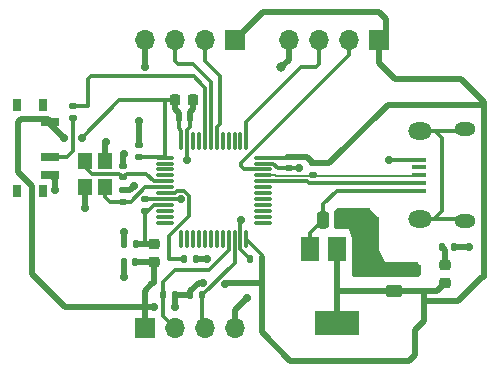
<source format=gbr>
%TF.GenerationSoftware,KiCad,Pcbnew,7.0.9*%
%TF.CreationDate,2024-01-02T09:41:28+05:30*%
%TF.ProjectId,STM32F103C8T6,53544d33-3246-4313-9033-433854362e6b,rev?*%
%TF.SameCoordinates,Original*%
%TF.FileFunction,Copper,L1,Top*%
%TF.FilePolarity,Positive*%
%FSLAX46Y46*%
G04 Gerber Fmt 4.6, Leading zero omitted, Abs format (unit mm)*
G04 Created by KiCad (PCBNEW 7.0.9) date 2024-01-02 09:41:28*
%MOMM*%
%LPD*%
G01*
G04 APERTURE LIST*
G04 Aperture macros list*
%AMRoundRect*
0 Rectangle with rounded corners*
0 $1 Rounding radius*
0 $2 $3 $4 $5 $6 $7 $8 $9 X,Y pos of 4 corners*
0 Add a 4 corners polygon primitive as box body*
4,1,4,$2,$3,$4,$5,$6,$7,$8,$9,$2,$3,0*
0 Add four circle primitives for the rounded corners*
1,1,$1+$1,$2,$3*
1,1,$1+$1,$4,$5*
1,1,$1+$1,$6,$7*
1,1,$1+$1,$8,$9*
0 Add four rect primitives between the rounded corners*
20,1,$1+$1,$2,$3,$4,$5,0*
20,1,$1+$1,$4,$5,$6,$7,0*
20,1,$1+$1,$6,$7,$8,$9,0*
20,1,$1+$1,$8,$9,$2,$3,0*%
G04 Aperture macros list end*
%TA.AperFunction,SMDPad,CuDef*%
%ADD10RoundRect,0.135000X0.135000X0.185000X-0.135000X0.185000X-0.135000X-0.185000X0.135000X-0.185000X0*%
%TD*%
%TA.AperFunction,SMDPad,CuDef*%
%ADD11RoundRect,0.250000X0.475000X-0.250000X0.475000X0.250000X-0.475000X0.250000X-0.475000X-0.250000X0*%
%TD*%
%TA.AperFunction,SMDPad,CuDef*%
%ADD12RoundRect,0.140000X0.140000X0.170000X-0.140000X0.170000X-0.140000X-0.170000X0.140000X-0.170000X0*%
%TD*%
%TA.AperFunction,SMDPad,CuDef*%
%ADD13RoundRect,0.140000X-0.140000X-0.170000X0.140000X-0.170000X0.140000X0.170000X-0.140000X0.170000X0*%
%TD*%
%TA.AperFunction,SMDPad,CuDef*%
%ADD14RoundRect,0.135000X-0.135000X-0.185000X0.135000X-0.185000X0.135000X0.185000X-0.135000X0.185000X0*%
%TD*%
%TA.AperFunction,SMDPad,CuDef*%
%ADD15RoundRect,0.140000X0.170000X-0.140000X0.170000X0.140000X-0.170000X0.140000X-0.170000X-0.140000X0*%
%TD*%
%TA.AperFunction,SMDPad,CuDef*%
%ADD16RoundRect,0.218750X-0.256250X0.218750X-0.256250X-0.218750X0.256250X-0.218750X0.256250X0.218750X0*%
%TD*%
%TA.AperFunction,SMDPad,CuDef*%
%ADD17RoundRect,0.250000X-0.250000X-0.475000X0.250000X-0.475000X0.250000X0.475000X-0.250000X0.475000X0*%
%TD*%
%TA.AperFunction,SMDPad,CuDef*%
%ADD18RoundRect,0.135000X-0.185000X0.135000X-0.185000X-0.135000X0.185000X-0.135000X0.185000X0.135000X0*%
%TD*%
%TA.AperFunction,ComponentPad*%
%ADD19R,1.700000X1.700000*%
%TD*%
%TA.AperFunction,ComponentPad*%
%ADD20O,1.700000X1.700000*%
%TD*%
%TA.AperFunction,SMDPad,CuDef*%
%ADD21R,1.500000X2.000000*%
%TD*%
%TA.AperFunction,SMDPad,CuDef*%
%ADD22R,3.800000X2.000000*%
%TD*%
%TA.AperFunction,SMDPad,CuDef*%
%ADD23R,1.300000X0.450000*%
%TD*%
%TA.AperFunction,ComponentPad*%
%ADD24O,1.800000X1.150000*%
%TD*%
%TA.AperFunction,ComponentPad*%
%ADD25O,2.000000X1.450000*%
%TD*%
%TA.AperFunction,SMDPad,CuDef*%
%ADD26R,0.800000X1.000000*%
%TD*%
%TA.AperFunction,SMDPad,CuDef*%
%ADD27R,1.500000X0.700000*%
%TD*%
%TA.AperFunction,SMDPad,CuDef*%
%ADD28R,1.200000X1.400000*%
%TD*%
%TA.AperFunction,SMDPad,CuDef*%
%ADD29RoundRect,0.140000X-0.170000X0.140000X-0.170000X-0.140000X0.170000X-0.140000X0.170000X0.140000X0*%
%TD*%
%TA.AperFunction,SMDPad,CuDef*%
%ADD30RoundRect,0.075000X-0.662500X-0.075000X0.662500X-0.075000X0.662500X0.075000X-0.662500X0.075000X0*%
%TD*%
%TA.AperFunction,SMDPad,CuDef*%
%ADD31RoundRect,0.075000X-0.075000X-0.662500X0.075000X-0.662500X0.075000X0.662500X-0.075000X0.662500X0*%
%TD*%
%TA.AperFunction,SMDPad,CuDef*%
%ADD32RoundRect,0.135000X0.185000X-0.135000X0.185000X0.135000X-0.185000X0.135000X-0.185000X-0.135000X0*%
%TD*%
%TA.AperFunction,SMDPad,CuDef*%
%ADD33RoundRect,0.225000X-0.225000X-0.250000X0.225000X-0.250000X0.225000X0.250000X-0.225000X0.250000X0*%
%TD*%
%TA.AperFunction,ViaPad*%
%ADD34C,0.800000*%
%TD*%
%TA.AperFunction,ViaPad*%
%ADD35C,0.700000*%
%TD*%
%TA.AperFunction,Conductor*%
%ADD36C,0.300000*%
%TD*%
%TA.AperFunction,Conductor*%
%ADD37C,0.500000*%
%TD*%
%TA.AperFunction,Conductor*%
%ADD38C,0.200000*%
%TD*%
G04 APERTURE END LIST*
D10*
%TO.P,R4,1*%
%TO.N,+3.3V*%
X68338000Y-103124000D03*
%TO.P,R4,2*%
%TO.N,/I2C2_SCL*%
X67318000Y-103124000D03*
%TD*%
D11*
%TO.P,C13,1*%
%TO.N,+3.3V*%
X86868000Y-102804000D03*
%TO.P,C13,2*%
%TO.N,GND*%
X86868000Y-100904000D03*
%TD*%
D12*
%TO.P,C8,1*%
%TO.N,+3.3V*%
X64968000Y-100330000D03*
%TO.P,C8,2*%
%TO.N,GND*%
X64008000Y-100330000D03*
%TD*%
D13*
%TO.P,C9,1*%
%TO.N,Net-(U1-NRST)*%
X69116000Y-100076000D03*
%TO.P,C9,2*%
%TO.N,GND*%
X70076000Y-100076000D03*
%TD*%
D14*
%TO.P,R3,1*%
%TO.N,/PWR_LED_K*%
X90930000Y-99034500D03*
%TO.P,R3,2*%
%TO.N,GND*%
X91950000Y-99034500D03*
%TD*%
D15*
%TO.P,C11,1*%
%TO.N,/HSE_OUT*%
X63920000Y-95222000D03*
%TO.P,C11,2*%
%TO.N,GND*%
X63920000Y-94262000D03*
%TD*%
D12*
%TO.P,C7,1*%
%TO.N,+3.3VA*%
X64996000Y-98806000D03*
%TO.P,C7,2*%
%TO.N,GND*%
X64036000Y-98806000D03*
%TD*%
D16*
%TO.P,FB1,1*%
%TO.N,+3.3VA*%
X66548000Y-98755000D03*
%TO.P,FB1,2*%
%TO.N,+3.3V*%
X66548000Y-100330000D03*
%TD*%
D17*
%TO.P,C12,1*%
%TO.N,VBUS*%
X80838000Y-96774000D03*
%TO.P,C12,2*%
%TO.N,GND*%
X82738000Y-96774000D03*
%TD*%
D18*
%TO.P,R2,1*%
%TO.N,+3.3V*%
X80010000Y-91946000D03*
%TO.P,R2,2*%
%TO.N,/USB_D+*%
X80010000Y-92966000D03*
%TD*%
D12*
%TO.P,C3,1*%
%TO.N,+3.3V*%
X75664000Y-100076000D03*
%TO.P,C3,2*%
%TO.N,GND*%
X74704000Y-100076000D03*
%TD*%
D14*
%TO.P,R5,1*%
%TO.N,+3.3V*%
X69604000Y-103124000D03*
%TO.P,R5,2*%
%TO.N,/I2C2_SDA*%
X70624000Y-103124000D03*
%TD*%
D19*
%TO.P,J3,1,Pin_1*%
%TO.N,+3.3V*%
X73406000Y-81534000D03*
D20*
%TO.P,J3,2,Pin_2*%
%TO.N,/USART1_TX*%
X70866000Y-81534000D03*
%TO.P,J3,3,Pin_3*%
%TO.N,/USART1_RX*%
X68326000Y-81534000D03*
%TO.P,J3,4,Pin_4*%
%TO.N,GND*%
X65786000Y-81534000D03*
%TD*%
D16*
%TO.P,D1,1,K*%
%TO.N,/PWR_LED_K*%
X91186000Y-100558500D03*
%TO.P,D1,2,A*%
%TO.N,+3.3V*%
X91186000Y-102133500D03*
%TD*%
D21*
%TO.P,U2,1,GND*%
%TO.N,GND*%
X84342000Y-99212000D03*
%TO.P,U2,2,VO*%
%TO.N,+3.3V*%
X82042000Y-99212000D03*
D22*
X82042000Y-105512000D03*
D21*
%TO.P,U2,3,VI*%
%TO.N,VBUS*%
X79742000Y-99212000D03*
%TD*%
D23*
%TO.P,J1,1,VBUS*%
%TO.N,VBUS*%
X89032000Y-94264000D03*
%TO.P,J1,2,D-*%
%TO.N,/USB_D-*%
X89032000Y-93614000D03*
%TO.P,J1,3,D+*%
%TO.N,/USB_D+*%
X89032000Y-92964000D03*
%TO.P,J1,4,ID*%
%TO.N,unconnected-(J1-ID-Pad4)*%
X89032000Y-92314000D03*
%TO.P,J1,5,GND*%
%TO.N,GND*%
X89032000Y-91664000D03*
D24*
%TO.P,J1,6,Shield*%
%TO.N,unconnected-(J1-Shield-Pad6)*%
X92882000Y-96839000D03*
D25*
X89082000Y-96689000D03*
X89082000Y-89239000D03*
D24*
X92882000Y-89089000D03*
%TD*%
D26*
%TO.P,SW1,*%
%TO.N,*%
X57135000Y-87028000D03*
X54925000Y-87028000D03*
X57135000Y-94328000D03*
X54925000Y-94328000D03*
D27*
%TO.P,SW1,1,A*%
%TO.N,+3.3V*%
X57785000Y-88428000D03*
%TO.P,SW1,2,B*%
%TO.N,/SW_BOOT0*%
X57785000Y-91428000D03*
%TO.P,SW1,3,C*%
%TO.N,GND*%
X57785000Y-92928000D03*
%TD*%
D19*
%TO.P,J4,1,Pin_1*%
%TO.N,+3.3V*%
X65786000Y-105918000D03*
D20*
%TO.P,J4,2,Pin_2*%
%TO.N,/I2C2_SCL*%
X68326000Y-105918000D03*
%TO.P,J4,3,Pin_3*%
%TO.N,/I2C2_SDA*%
X70866000Y-105918000D03*
%TO.P,J4,4,Pin_4*%
%TO.N,GND*%
X73406000Y-105918000D03*
%TD*%
D28*
%TO.P,Y1,1,1*%
%TO.N,/HSE_IN*%
X60745000Y-91737000D03*
%TO.P,Y1,2,2*%
%TO.N,GND*%
X60745000Y-93937000D03*
%TO.P,Y1,3,3*%
%TO.N,/HSE_OUT*%
X62445000Y-93937000D03*
%TO.P,Y1,4,4*%
%TO.N,GND*%
X62445000Y-91737000D03*
%TD*%
D19*
%TO.P,J2,1,Pin_1*%
%TO.N,+3.3V*%
X85598000Y-81534000D03*
D20*
%TO.P,J2,2,Pin_2*%
%TO.N,/SW_DIO*%
X83058000Y-81534000D03*
%TO.P,J2,3,Pin_3*%
%TO.N,/SWCLK*%
X80518000Y-81534000D03*
%TO.P,J2,4,Pin_4*%
%TO.N,GND*%
X77978000Y-81534000D03*
%TD*%
D13*
%TO.P,C1,1*%
%TO.N,+3.3V*%
X68636000Y-88138000D03*
%TO.P,C1,2*%
%TO.N,GND*%
X69596000Y-88138000D03*
%TD*%
D15*
%TO.P,C6,1*%
%TO.N,+3.3VA*%
X65786000Y-95984000D03*
%TO.P,C6,2*%
%TO.N,GND*%
X65786000Y-95024000D03*
%TD*%
D29*
%TO.P,C2,1*%
%TO.N,+3.3V*%
X77978000Y-91440000D03*
%TO.P,C2,2*%
%TO.N,GND*%
X77978000Y-92400000D03*
%TD*%
D30*
%TO.P,U1,1,VBAT*%
%TO.N,+3.3V*%
X67465500Y-91484000D03*
%TO.P,U1,2,PC13*%
%TO.N,unconnected-(U1-PC13-Pad2)*%
X67465500Y-91984000D03*
%TO.P,U1,3,PC14*%
%TO.N,unconnected-(U1-PC14-Pad3)*%
X67465500Y-92484000D03*
%TO.P,U1,4,PC15*%
%TO.N,unconnected-(U1-PC15-Pad4)*%
X67465500Y-92984000D03*
%TO.P,U1,5,PD0*%
%TO.N,/HSE_IN*%
X67465500Y-93484000D03*
%TO.P,U1,6,PD1*%
%TO.N,/HSE_OUT*%
X67465500Y-93984000D03*
%TO.P,U1,7,NRST*%
%TO.N,Net-(U1-NRST)*%
X67465500Y-94484000D03*
%TO.P,U1,8,VSSA*%
%TO.N,GND*%
X67465500Y-94984000D03*
%TO.P,U1,9,VDDA*%
%TO.N,+3.3VA*%
X67465500Y-95484000D03*
%TO.P,U1,10,PA0*%
%TO.N,unconnected-(U1-PA0-Pad10)*%
X67465500Y-95984000D03*
%TO.P,U1,11,PA1*%
%TO.N,unconnected-(U1-PA1-Pad11)*%
X67465500Y-96484000D03*
%TO.P,U1,12,PA2*%
%TO.N,unconnected-(U1-PA2-Pad12)*%
X67465500Y-96984000D03*
D31*
%TO.P,U1,13,PA3*%
%TO.N,unconnected-(U1-PA3-Pad13)*%
X68878000Y-98396500D03*
%TO.P,U1,14,PA4*%
%TO.N,unconnected-(U1-PA4-Pad14)*%
X69378000Y-98396500D03*
%TO.P,U1,15,PA5*%
%TO.N,unconnected-(U1-PA5-Pad15)*%
X69878000Y-98396500D03*
%TO.P,U1,16,PA6*%
%TO.N,unconnected-(U1-PA6-Pad16)*%
X70378000Y-98396500D03*
%TO.P,U1,17,PA7*%
%TO.N,unconnected-(U1-PA7-Pad17)*%
X70878000Y-98396500D03*
%TO.P,U1,18,PB0*%
%TO.N,unconnected-(U1-PB0-Pad18)*%
X71378000Y-98396500D03*
%TO.P,U1,19,PB1*%
%TO.N,unconnected-(U1-PB1-Pad19)*%
X71878000Y-98396500D03*
%TO.P,U1,20,PB2*%
%TO.N,unconnected-(U1-PB2-Pad20)*%
X72378000Y-98396500D03*
%TO.P,U1,21,PB10*%
%TO.N,/I2C2_SCL*%
X72878000Y-98396500D03*
%TO.P,U1,22,PB11*%
%TO.N,/I2C2_SDA*%
X73378000Y-98396500D03*
%TO.P,U1,23,VSS*%
%TO.N,GND*%
X73878000Y-98396500D03*
%TO.P,U1,24,VDD*%
%TO.N,+3.3V*%
X74378000Y-98396500D03*
D30*
%TO.P,U1,25,PB12*%
%TO.N,unconnected-(U1-PB12-Pad25)*%
X75790500Y-96984000D03*
%TO.P,U1,26,PB13*%
%TO.N,unconnected-(U1-PB13-Pad26)*%
X75790500Y-96484000D03*
%TO.P,U1,27,PB14*%
%TO.N,unconnected-(U1-PB14-Pad27)*%
X75790500Y-95984000D03*
%TO.P,U1,28,PB15*%
%TO.N,unconnected-(U1-PB15-Pad28)*%
X75790500Y-95484000D03*
%TO.P,U1,29,PA8*%
%TO.N,unconnected-(U1-PA8-Pad29)*%
X75790500Y-94984000D03*
%TO.P,U1,30,PA9*%
%TO.N,unconnected-(U1-PA9-Pad30)*%
X75790500Y-94484000D03*
%TO.P,U1,31,PA10*%
%TO.N,unconnected-(U1-PA10-Pad31)*%
X75790500Y-93984000D03*
%TO.P,U1,32,PA11*%
%TO.N,/USB_D-*%
X75790500Y-93484000D03*
%TO.P,U1,33,PA12*%
%TO.N,/USB_D+*%
X75790500Y-92984000D03*
%TO.P,U1,34,PA13*%
%TO.N,/SW_DIO*%
X75790500Y-92484000D03*
%TO.P,U1,35,VSS*%
%TO.N,GND*%
X75790500Y-91984000D03*
%TO.P,U1,36,VDD*%
%TO.N,+3.3V*%
X75790500Y-91484000D03*
D31*
%TO.P,U1,37,PA14*%
%TO.N,/SWCLK*%
X74378000Y-90071500D03*
%TO.P,U1,38,PA15*%
%TO.N,unconnected-(U1-PA15-Pad38)*%
X73878000Y-90071500D03*
%TO.P,U1,39,PB3*%
%TO.N,unconnected-(U1-PB3-Pad39)*%
X73378000Y-90071500D03*
%TO.P,U1,40,PB4*%
%TO.N,unconnected-(U1-PB4-Pad40)*%
X72878000Y-90071500D03*
%TO.P,U1,41,PB5*%
%TO.N,unconnected-(U1-PB5-Pad41)*%
X72378000Y-90071500D03*
%TO.P,U1,42,PB6*%
%TO.N,/USART1_TX*%
X71878000Y-90071500D03*
%TO.P,U1,43,PB7*%
%TO.N,/USART1_RX*%
X71378000Y-90071500D03*
%TO.P,U1,44,BOOT0*%
%TO.N,/Boot0*%
X70878000Y-90071500D03*
%TO.P,U1,45,PB8*%
%TO.N,unconnected-(U1-PB8-Pad45)*%
X70378000Y-90071500D03*
%TO.P,U1,46,PB9*%
%TO.N,unconnected-(U1-PB9-Pad46)*%
X69878000Y-90071500D03*
%TO.P,U1,47,VSS*%
%TO.N,GND*%
X69378000Y-90071500D03*
%TO.P,U1,48,VDD*%
%TO.N,+3.3V*%
X68878000Y-90071500D03*
%TD*%
D32*
%TO.P,R1,1*%
%TO.N,/SW_BOOT0*%
X59690000Y-88140000D03*
%TO.P,R1,2*%
%TO.N,/Boot0*%
X59690000Y-87120000D03*
%TD*%
D15*
%TO.P,C4,1*%
%TO.N,+3.3V*%
X65278000Y-91412000D03*
%TO.P,C4,2*%
%TO.N,GND*%
X65278000Y-90452000D03*
%TD*%
%TO.P,C10,1*%
%TO.N,/HSE_IN*%
X63920000Y-93162000D03*
%TO.P,C10,2*%
%TO.N,GND*%
X63920000Y-92202000D03*
%TD*%
D33*
%TO.P,C5,1*%
%TO.N,+3.3V*%
X68326000Y-86614000D03*
%TO.P,C5,2*%
%TO.N,GND*%
X69876000Y-86614000D03*
%TD*%
D34*
%TO.N,GND*%
X77343000Y-83820000D03*
D35*
%TO.N,+3.3V*%
X66548000Y-104140000D03*
X72573122Y-102164122D03*
X58928000Y-89789000D03*
X70694878Y-102063878D03*
X68326000Y-104140000D03*
X60452000Y-89789000D03*
%TO.N,GND*%
X65278000Y-88392000D03*
X65786000Y-83820000D03*
X69342000Y-91694000D03*
X58166000Y-94234000D03*
X74422000Y-103378000D03*
X68834000Y-94996000D03*
X78867000Y-92359500D03*
X60706000Y-95758000D03*
X84836000Y-100838000D03*
X88392000Y-100838000D03*
X64889405Y-93924506D03*
X62484000Y-90170000D03*
X93218000Y-99034500D03*
X83820000Y-100838000D03*
X64008000Y-101600000D03*
X86487000Y-91694000D03*
X64008000Y-91186000D03*
X84074000Y-97536000D03*
X71084938Y-100040938D03*
X64008000Y-97790000D03*
X73914000Y-96774000D03*
X84074000Y-96266000D03*
%TD*%
D36*
%TO.N,unconnected-(J1-Shield-Pad6)*%
X92732000Y-96689000D02*
X92882000Y-96839000D01*
X89082000Y-96689000D02*
X92732000Y-96689000D01*
X90932000Y-89789000D02*
X90932000Y-96012000D01*
X90382000Y-89239000D02*
X90932000Y-89789000D01*
X90255000Y-96689000D02*
X89082000Y-96689000D01*
X89082000Y-89239000D02*
X90382000Y-89239000D01*
X90932000Y-96012000D02*
X90255000Y-96689000D01*
X92732000Y-89239000D02*
X92882000Y-89089000D01*
X89082000Y-89239000D02*
X92732000Y-89239000D01*
D37*
%TO.N,GND*%
X77978000Y-83185000D02*
X77343000Y-83820000D01*
X77978000Y-81534000D02*
X77978000Y-83185000D01*
%TO.N,+3.3V*%
X86233000Y-80899000D02*
X85598000Y-81534000D01*
X66421000Y-102108000D02*
X66548000Y-102108000D01*
X94488000Y-86995000D02*
X94488000Y-87503000D01*
X70694878Y-102063878D02*
X70344123Y-102063878D01*
X89408000Y-102804000D02*
X90515500Y-102804000D01*
X68636000Y-87686000D02*
X68636000Y-88138000D01*
D36*
X77934000Y-91484000D02*
X77978000Y-91440000D01*
D37*
X75664000Y-106271000D02*
X75664000Y-102108000D01*
X73406000Y-81534000D02*
X75819000Y-79121000D01*
X86868000Y-102804000D02*
X89408000Y-102804000D01*
X70344123Y-102063878D02*
X69604000Y-102804001D01*
D36*
X67393500Y-91412000D02*
X67465500Y-91484000D01*
D37*
X82103000Y-102804000D02*
X82042000Y-102743000D01*
X88646000Y-106045000D02*
X88646000Y-108204000D01*
X82042000Y-102743000D02*
X82042000Y-105512000D01*
X75664000Y-101473000D02*
X75664000Y-100076000D01*
X75664000Y-102108000D02*
X72629244Y-102108000D01*
X55282000Y-88228000D02*
X55075000Y-88435000D01*
X86995000Y-84836000D02*
X92583000Y-84836000D01*
X68326000Y-86614000D02*
X68326000Y-87376000D01*
X88646000Y-108204000D02*
X88138000Y-108712000D01*
D36*
X67465500Y-91484000D02*
X67465500Y-86642500D01*
D37*
X94361000Y-101600000D02*
X92329000Y-103632000D01*
X88138000Y-108712000D02*
X78105000Y-108712000D01*
X68338000Y-104128000D02*
X68326000Y-104140000D01*
X94488000Y-101600000D02*
X94361000Y-101600000D01*
D36*
X75790500Y-91484000D02*
X77934000Y-91484000D01*
D37*
X79504000Y-91440000D02*
X77978000Y-91440000D01*
X69604000Y-103124000D02*
X68338000Y-103124000D01*
X86360000Y-86995000D02*
X81409000Y-91946000D01*
X72629244Y-102108000D02*
X72573122Y-102164122D01*
D36*
X75664000Y-99682500D02*
X75664000Y-100076000D01*
D37*
X86868000Y-102804000D02*
X82103000Y-102804000D01*
X75664000Y-102108000D02*
X75664000Y-101473000D01*
X65786000Y-102743000D02*
X66421000Y-102108000D01*
X57785000Y-88428000D02*
X57785000Y-88646000D01*
X59055000Y-104140000D02*
X65786000Y-104140000D01*
X85598000Y-79121000D02*
X86233000Y-79756000D01*
D36*
X65278000Y-91412000D02*
X67393500Y-91412000D01*
X68878000Y-90071500D02*
X68878000Y-89198000D01*
X68878000Y-89198000D02*
X68636000Y-88956000D01*
D37*
X94488000Y-87503000D02*
X94488000Y-101600000D01*
D36*
X74378000Y-98396500D02*
X75664000Y-99682500D01*
D37*
X69604000Y-102804001D02*
X69604000Y-103124000D01*
X81409000Y-91946000D02*
X80010000Y-91946000D01*
D36*
X68636000Y-88956000D02*
X68636000Y-88138000D01*
D37*
X66548000Y-100330000D02*
X64968000Y-100330000D01*
X66548000Y-104140000D02*
X65786000Y-104140000D01*
X86233000Y-79756000D02*
X86233000Y-80899000D01*
D36*
X67437000Y-86614000D02*
X68326000Y-86614000D01*
D37*
X55075000Y-92678000D02*
X56261000Y-93864000D01*
X66548000Y-102108000D02*
X66548000Y-100330000D01*
X55075000Y-88435000D02*
X55075000Y-92678000D01*
X68326000Y-87376000D02*
X68636000Y-87686000D01*
X90515500Y-102804000D02*
X91186000Y-102133500D01*
X65786000Y-105918000D02*
X65786000Y-104140000D01*
X92583000Y-84836000D02*
X94488000Y-86741000D01*
X92329000Y-103632000D02*
X89408000Y-103632000D01*
X82042000Y-99212000D02*
X82042000Y-102743000D01*
X89408000Y-102804000D02*
X89408000Y-103632000D01*
X57785000Y-88646000D02*
X58928000Y-89789000D01*
X65786000Y-104140000D02*
X65786000Y-102743000D01*
X75819000Y-79121000D02*
X85598000Y-79121000D01*
X85598000Y-81534000D02*
X85598000Y-83439000D01*
X57585000Y-88228000D02*
X55282000Y-88228000D01*
X57785000Y-88428000D02*
X57585000Y-88228000D01*
X89408000Y-105283000D02*
X88646000Y-106045000D01*
D36*
X60452000Y-89789000D02*
X63627000Y-86614000D01*
X63627000Y-86614000D02*
X67437000Y-86614000D01*
D37*
X68338000Y-103124000D02*
X68338000Y-104128000D01*
X56261000Y-93864000D02*
X56261000Y-101346000D01*
X89408000Y-103632000D02*
X89408000Y-105283000D01*
X56261000Y-101346000D02*
X59055000Y-104140000D01*
X85598000Y-83439000D02*
X86995000Y-84836000D01*
X86360000Y-86995000D02*
X94488000Y-86995000D01*
X94488000Y-86741000D02*
X94488000Y-86995000D01*
X80010000Y-91946000D02*
X79504000Y-91440000D01*
D36*
X67465500Y-86642500D02*
X67437000Y-86614000D01*
D37*
X78105000Y-108712000D02*
X75664000Y-106271000D01*
%TO.N,GND*%
X91950000Y-99034500D02*
X93218000Y-99034500D01*
X69596000Y-87630000D02*
X69596000Y-88138000D01*
D36*
X68822000Y-94984000D02*
X68834000Y-94996000D01*
X73878000Y-98396500D02*
X73878000Y-99250000D01*
X76631120Y-91984000D02*
X77047120Y-92400000D01*
X75790500Y-91984000D02*
X76631120Y-91984000D01*
X86517000Y-91664000D02*
X86487000Y-91694000D01*
D37*
X60745000Y-93937000D02*
X60745000Y-95719000D01*
D36*
X73878000Y-96810000D02*
X73914000Y-96774000D01*
D37*
X64551911Y-94262000D02*
X64889405Y-93924506D01*
D36*
X78826500Y-92400000D02*
X78867000Y-92359500D01*
D37*
X73406000Y-105918000D02*
X73406000Y-104394000D01*
X69876000Y-87350000D02*
X69596000Y-87630000D01*
X57785000Y-92928000D02*
X58166000Y-93309000D01*
D36*
X73878000Y-98396500D02*
X73878000Y-96810000D01*
D37*
X70076000Y-100076000D02*
X71049876Y-100076000D01*
X63920000Y-92202000D02*
X63920000Y-91274000D01*
X64036000Y-98806000D02*
X64036000Y-97818000D01*
D36*
X69378000Y-90071500D02*
X69378000Y-89118000D01*
D37*
X62445000Y-90209000D02*
X62484000Y-90170000D01*
X65278000Y-90452000D02*
X65278000Y-88392000D01*
X62445000Y-91737000D02*
X62445000Y-90209000D01*
X58166000Y-93309000D02*
X58166000Y-94234000D01*
D36*
X67465500Y-94984000D02*
X68822000Y-94984000D01*
X77978000Y-92400000D02*
X78826500Y-92400000D01*
X69596000Y-88900000D02*
X69596000Y-88138000D01*
D37*
X63920000Y-94262000D02*
X64551911Y-94262000D01*
D36*
X69378000Y-90071500D02*
X69378000Y-91658000D01*
X67465500Y-94984000D02*
X65826000Y-94984000D01*
X73878000Y-99250000D02*
X74704000Y-100076000D01*
X89032000Y-91664000D02*
X86517000Y-91664000D01*
D37*
X65786000Y-81534000D02*
X65786000Y-83820000D01*
D36*
X65826000Y-94984000D02*
X65786000Y-95024000D01*
X77047120Y-92400000D02*
X77978000Y-92400000D01*
D37*
X60745000Y-95719000D02*
X60706000Y-95758000D01*
D36*
X69378000Y-91658000D02*
X69342000Y-91694000D01*
D37*
X63920000Y-91274000D02*
X64008000Y-91186000D01*
X64008000Y-100330000D02*
X64008000Y-101600000D01*
X64036000Y-97818000D02*
X64008000Y-97790000D01*
D36*
X69378000Y-89118000D02*
X69596000Y-88900000D01*
D37*
X69876000Y-86614000D02*
X69876000Y-87350000D01*
X71049876Y-100076000D02*
X71084938Y-100040938D01*
X73406000Y-104394000D02*
X74422000Y-103378000D01*
%TO.N,+3.3VA*%
X65047000Y-98755000D02*
X64996000Y-98806000D01*
X65786000Y-98755000D02*
X65047000Y-98755000D01*
X66548000Y-98755000D02*
X65786000Y-98755000D01*
D36*
X66568000Y-95484000D02*
X66068000Y-95984000D01*
X67465500Y-95484000D02*
X66568000Y-95484000D01*
X65786000Y-95984000D02*
X65786000Y-98755000D01*
X66068000Y-95984000D02*
X65786000Y-95984000D01*
%TO.N,Net-(U1-NRST)*%
X69534000Y-96399880D02*
X67818000Y-98115880D01*
X67465500Y-94484000D02*
X68356050Y-94484000D01*
X68544050Y-94296000D02*
X69123950Y-94296000D01*
X67818000Y-100076000D02*
X69116000Y-100076000D01*
X67818000Y-98115880D02*
X67818000Y-100076000D01*
X69123950Y-94296000D02*
X69534000Y-94706050D01*
X68356050Y-94484000D02*
X68544050Y-94296000D01*
X69534000Y-94706050D02*
X69534000Y-96399880D01*
%TO.N,/HSE_IN*%
X64245000Y-92837000D02*
X65913000Y-92837000D01*
X63920000Y-93162000D02*
X63595000Y-92837000D01*
X63920000Y-93162000D02*
X64245000Y-92837000D01*
X60745000Y-92241000D02*
X60745000Y-91737000D01*
X66560000Y-93484000D02*
X67465500Y-93484000D01*
X63595000Y-92837000D02*
X61341000Y-92837000D01*
X61341000Y-92837000D02*
X60745000Y-92241000D01*
X65913000Y-92837000D02*
X66560000Y-93484000D01*
%TO.N,/HSE_OUT*%
X64581861Y-95222000D02*
X63920000Y-95222000D01*
X62445000Y-93937000D02*
X62445000Y-94830000D01*
X62837000Y-95222000D02*
X63920000Y-95222000D01*
X65819861Y-93984000D02*
X64581861Y-95222000D01*
X67465500Y-93984000D02*
X65819861Y-93984000D01*
X62445000Y-94830000D02*
X62837000Y-95222000D01*
%TO.N,VBUS*%
X80838000Y-95438000D02*
X82012000Y-94264000D01*
X79742000Y-97870000D02*
X80838000Y-96774000D01*
X82012000Y-94264000D02*
X89032000Y-94264000D01*
X80838000Y-96774000D02*
X80838000Y-95438000D01*
X79742000Y-99212000D02*
X79742000Y-97870000D01*
D38*
%TO.N,/USB_D-*%
X89032000Y-93614000D02*
X88607000Y-93614000D01*
D36*
X79518366Y-93484000D02*
X79648366Y-93614000D01*
X75790500Y-93484000D02*
X79518366Y-93484000D01*
D38*
X88607000Y-93614000D02*
X88507000Y-93514000D01*
D36*
X79648366Y-93614000D02*
X89032000Y-93614000D01*
D38*
%TO.N,/USB_D+*%
X88270227Y-93064000D02*
X88215227Y-93009000D01*
X76921751Y-93009000D02*
X76896751Y-92984000D01*
X76896751Y-92984000D02*
X75790500Y-92984000D01*
X89032000Y-92964000D02*
X88607000Y-92964000D01*
X88215227Y-93009000D02*
X76921751Y-93009000D01*
X88607000Y-92964000D02*
X88507000Y-93064000D01*
X88507000Y-93064000D02*
X88270227Y-93064000D01*
D36*
%TO.N,/SW_DIO*%
X83058000Y-82804000D02*
X83058000Y-81534000D01*
X73914000Y-91948000D02*
X83058000Y-82804000D01*
X75790500Y-92484000D02*
X74196000Y-92484000D01*
X74196000Y-92484000D02*
X73914000Y-92202000D01*
X73914000Y-92202000D02*
X73914000Y-91948000D01*
%TO.N,/SWCLK*%
X78994000Y-83820000D02*
X80264000Y-83820000D01*
X74378000Y-88436000D02*
X78994000Y-83820000D01*
X80518000Y-83566000D02*
X80518000Y-81534000D01*
X74378000Y-90071500D02*
X74378000Y-88436000D01*
X80264000Y-83820000D02*
X80518000Y-83566000D01*
%TO.N,/USART1_TX*%
X72136000Y-88646000D02*
X72136000Y-84582000D01*
X71878000Y-90071500D02*
X71878000Y-88904000D01*
X72136000Y-84582000D02*
X70866000Y-83312000D01*
X70866000Y-83312000D02*
X70866000Y-81534000D01*
X71878000Y-88904000D02*
X72136000Y-88646000D01*
%TO.N,/USART1_RX*%
X68580000Y-83566000D02*
X68326000Y-83312000D01*
X71378000Y-90071500D02*
X71378000Y-85094000D01*
X69850000Y-83566000D02*
X68580000Y-83566000D01*
X68326000Y-83312000D02*
X68326000Y-81534000D01*
X71378000Y-85094000D02*
X69850000Y-83566000D01*
%TO.N,/I2C2_SCL*%
X67318000Y-103124000D02*
X67318000Y-102989000D01*
X72878000Y-99334000D02*
X72878000Y-98396500D01*
X67318000Y-103124000D02*
X67318000Y-104910000D01*
X67318000Y-101997000D02*
X68338000Y-100977000D01*
X71247000Y-100965000D02*
X72878000Y-99334000D01*
X68326000Y-100965000D02*
X71247000Y-100965000D01*
X67318000Y-103124000D02*
X67318000Y-101997000D01*
X68338000Y-100977000D02*
X68326000Y-100965000D01*
X67318000Y-104910000D02*
X68326000Y-105918000D01*
X68338000Y-105906000D02*
X68326000Y-105918000D01*
X67437000Y-102870000D02*
X67318000Y-102989000D01*
%TO.N,/I2C2_SDA*%
X70624000Y-103124000D02*
X70624000Y-105676000D01*
X70624000Y-105676000D02*
X70866000Y-105918000D01*
X73378000Y-100370000D02*
X70624000Y-103124000D01*
X73378000Y-98396500D02*
X73378000Y-100370000D01*
%TO.N,/Boot0*%
X61214000Y-84582000D02*
X60960000Y-84836000D01*
X60960000Y-87122000D02*
X60958000Y-87120000D01*
X60960000Y-84836000D02*
X60960000Y-87122000D01*
X70878000Y-90071500D02*
X70878000Y-85610000D01*
X60958000Y-87120000D02*
X59690000Y-87120000D01*
X70612000Y-85344000D02*
X70612000Y-85289106D01*
X69904894Y-84582000D02*
X61214000Y-84582000D01*
X70878000Y-85610000D02*
X70612000Y-85344000D01*
X70612000Y-85289106D02*
X69904894Y-84582000D01*
D37*
%TO.N,/PWR_LED_K*%
X91186000Y-99290500D02*
X90930000Y-99034500D01*
X91186000Y-100558500D02*
X91186000Y-99290500D01*
D36*
%TO.N,/SW_BOOT0*%
X59690000Y-88140000D02*
X59690000Y-90932000D01*
X59194000Y-91428000D02*
X57785000Y-91428000D01*
X59690000Y-90932000D02*
X59194000Y-91428000D01*
%TD*%
%TA.AperFunction,Conductor*%
%TO.N,GND*%
G36*
X84851677Y-95777685D02*
G01*
X84872319Y-95794319D01*
X85561681Y-96483681D01*
X85595166Y-96545004D01*
X85598000Y-96571362D01*
X85598000Y-99314001D01*
X86105998Y-100329998D01*
X86105999Y-100329999D01*
X86106000Y-100330000D01*
X88848638Y-100330000D01*
X88915677Y-100349685D01*
X88936319Y-100366319D01*
X89117681Y-100547681D01*
X89151166Y-100609004D01*
X89154000Y-100635362D01*
X89154000Y-101294638D01*
X89134315Y-101361677D01*
X89117681Y-101382319D01*
X88936319Y-101563681D01*
X88874996Y-101597166D01*
X88848638Y-101600000D01*
X83617362Y-101600000D01*
X83550323Y-101580315D01*
X83529681Y-101563681D01*
X83348319Y-101382319D01*
X83314834Y-101320996D01*
X83312000Y-101294638D01*
X83312000Y-98298000D01*
X83058000Y-97536000D01*
X82093362Y-97536000D01*
X82026323Y-97516315D01*
X82005681Y-97499681D01*
X81824319Y-97318319D01*
X81790834Y-97256996D01*
X81788000Y-97230638D01*
X81788000Y-96063362D01*
X81807685Y-95996323D01*
X81824319Y-95975681D01*
X82005681Y-95794319D01*
X82067004Y-95760834D01*
X82093362Y-95758000D01*
X84784638Y-95758000D01*
X84851677Y-95777685D01*
G37*
%TD.AperFunction*%
%TD*%
M02*

</source>
